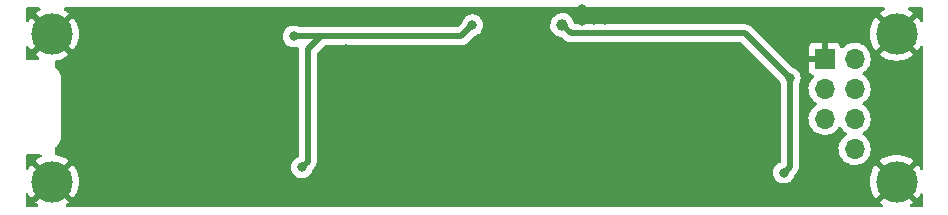
<source format=gbr>
%TF.GenerationSoftware,KiCad,Pcbnew,(6.0.0)*%
%TF.CreationDate,2022-03-29T17:15:08-07:00*%
%TF.ProjectId,ELW2106AA-breakout-board,454c5732-3130-4364-9141-2d627265616b,rev?*%
%TF.SameCoordinates,Original*%
%TF.FileFunction,Copper,L2,Bot*%
%TF.FilePolarity,Positive*%
%FSLAX46Y46*%
G04 Gerber Fmt 4.6, Leading zero omitted, Abs format (unit mm)*
G04 Created by KiCad (PCBNEW (6.0.0)) date 2022-03-29 17:15:08*
%MOMM*%
%LPD*%
G01*
G04 APERTURE LIST*
%TA.AperFunction,ComponentPad*%
%ADD10R,1.700000X1.700000*%
%TD*%
%TA.AperFunction,ComponentPad*%
%ADD11O,1.700000X1.700000*%
%TD*%
%TA.AperFunction,ComponentPad*%
%ADD12C,3.500000*%
%TD*%
%TA.AperFunction,ViaPad*%
%ADD13C,0.800000*%
%TD*%
%TA.AperFunction,ViaPad*%
%ADD14C,2.000000*%
%TD*%
%TA.AperFunction,ViaPad*%
%ADD15C,1.000000*%
%TD*%
%TA.AperFunction,Conductor*%
%ADD16C,0.500000*%
%TD*%
G04 APERTURE END LIST*
D10*
%TO.P,J1,1,Pin_1*%
%TO.N,GND*%
X156860000Y-86750000D03*
D11*
%TO.P,J1,2,Pin_2*%
%TO.N,VCC*%
X156860000Y-89290000D03*
%TO.P,J1,3,Pin_3*%
%TO.N,/RESET*%
X156860000Y-91830000D03*
%TO.P,J1,4,Pin_4*%
%TO.N,/CS*%
X159400000Y-86750000D03*
%TO.P,J1,5,Pin_5*%
%TO.N,/D{slash}C*%
X159400000Y-89290000D03*
%TO.P,J1,6,Pin_6*%
%TO.N,/SCLK*%
X159400000Y-91830000D03*
%TO.P,J1,7,Pin_7*%
%TO.N,/MOSI*%
X159400000Y-94370000D03*
%TD*%
D12*
%TO.P,MH4,1,1*%
%TO.N,GND*%
X162950000Y-84650000D03*
%TD*%
%TO.P,MH1,1,1*%
%TO.N,GND*%
X91450000Y-97150000D03*
%TD*%
%TO.P,MH3,1,1*%
%TO.N,GND*%
X162950000Y-97150000D03*
%TD*%
%TO.P,MH2,1,1*%
%TO.N,GND*%
X91450000Y-84650000D03*
%TD*%
D13*
%TO.N,GND*%
X122288196Y-89500000D03*
X136300000Y-82560414D03*
X138300000Y-86000000D03*
X137300000Y-86000000D03*
X134298300Y-89500000D03*
X136300000Y-83550000D03*
X123289038Y-89500000D03*
X124289880Y-89500000D03*
X135299142Y-89500000D03*
X116350000Y-87850000D03*
X117283986Y-89500000D03*
X116350000Y-82750000D03*
X133297458Y-89500000D03*
X118284828Y-89500000D03*
X126291564Y-89500000D03*
X125290722Y-89500000D03*
X130294932Y-89500000D03*
X120286512Y-89500000D03*
D14*
X96500000Y-97350000D03*
D13*
X116300000Y-85900000D03*
X123700000Y-86350000D03*
X129294090Y-89500000D03*
X128293248Y-89500000D03*
X121287354Y-89500000D03*
X131295774Y-89500000D03*
X119285670Y-89500000D03*
D14*
X154400000Y-98250000D03*
D13*
X137300000Y-83500000D03*
X127292406Y-89500000D03*
X116350000Y-88750000D03*
D14*
X154300000Y-83950000D03*
D13*
X132296616Y-89500000D03*
X138300000Y-83500000D03*
%TO.N,+16V*%
X111900000Y-84850000D03*
X112600000Y-95950000D03*
X127050000Y-83900000D03*
D15*
%TO.N,VCC*%
X134650000Y-83900000D03*
D13*
X153925000Y-88375000D03*
X153400000Y-96400000D03*
%TD*%
D16*
%TO.N,+16V*%
X113100000Y-95450000D02*
X112600000Y-95950000D01*
X126100000Y-84850000D02*
X114200000Y-84850000D01*
X127050000Y-83900000D02*
X126100000Y-84850000D01*
X114200000Y-84850000D02*
X113100000Y-85950000D01*
X113100000Y-85950000D02*
X113100000Y-95450000D01*
X111900000Y-84850000D02*
X114200000Y-84850000D01*
%TO.N,VCC*%
X150150000Y-84600000D02*
X153925000Y-88375000D01*
X153925000Y-95875000D02*
X153925000Y-88375000D01*
X135350000Y-84600000D02*
X150150000Y-84600000D01*
X153400000Y-96400000D02*
X153925000Y-95875000D01*
X134650000Y-83900000D02*
X135350000Y-84600000D01*
%TD*%
%TA.AperFunction,Conductor*%
%TO.N,GND*%
G36*
X90418801Y-82428002D02*
G01*
X90465294Y-82481658D01*
X90475398Y-82551932D01*
X90445904Y-82616512D01*
X90406408Y-82647006D01*
X90322282Y-82688492D01*
X90315145Y-82692613D01*
X90075901Y-82852470D01*
X90069361Y-82857488D01*
X90054926Y-82870147D01*
X90046528Y-82883386D01*
X90052362Y-82893151D01*
X91437190Y-84277980D01*
X91451131Y-84285592D01*
X91452966Y-84285461D01*
X91459580Y-84281210D01*
X92845884Y-82894905D01*
X92853399Y-82881144D01*
X92846941Y-82871784D01*
X92830639Y-82857488D01*
X92824099Y-82852470D01*
X92584856Y-82692613D01*
X92577719Y-82688492D01*
X92493593Y-82647006D01*
X92441344Y-82598938D01*
X92423377Y-82530252D01*
X92445396Y-82462756D01*
X92500411Y-82417880D01*
X92549321Y-82408000D01*
X161850680Y-82408000D01*
X161918801Y-82428002D01*
X161965294Y-82481658D01*
X161975398Y-82551932D01*
X161945904Y-82616512D01*
X161906408Y-82647006D01*
X161822282Y-82688492D01*
X161815145Y-82692613D01*
X161575901Y-82852470D01*
X161569361Y-82857488D01*
X161554926Y-82870147D01*
X161546528Y-82883386D01*
X161552362Y-82893151D01*
X162937190Y-84277980D01*
X162951131Y-84285592D01*
X162952966Y-84285461D01*
X162959580Y-84281210D01*
X164345884Y-82894905D01*
X164353399Y-82881144D01*
X164346941Y-82871784D01*
X164330639Y-82857488D01*
X164324099Y-82852470D01*
X164084856Y-82692613D01*
X164077719Y-82688492D01*
X163993593Y-82647006D01*
X163941344Y-82598938D01*
X163923377Y-82530252D01*
X163945396Y-82462756D01*
X164000411Y-82417880D01*
X164049321Y-82408000D01*
X165066000Y-82408000D01*
X165134121Y-82428002D01*
X165180614Y-82481658D01*
X165192000Y-82534000D01*
X165192000Y-83550680D01*
X165171998Y-83618801D01*
X165118342Y-83665294D01*
X165048068Y-83675398D01*
X164983488Y-83645904D01*
X164952994Y-83606408D01*
X164911508Y-83522282D01*
X164907387Y-83515145D01*
X164747530Y-83275901D01*
X164742512Y-83269361D01*
X164729853Y-83254926D01*
X164716614Y-83246528D01*
X164706849Y-83252362D01*
X163322020Y-84637190D01*
X163314408Y-84651131D01*
X163314539Y-84652966D01*
X163318790Y-84659580D01*
X164705095Y-86045884D01*
X164718856Y-86053399D01*
X164728216Y-86046941D01*
X164742512Y-86030639D01*
X164747530Y-86024099D01*
X164907387Y-85784855D01*
X164911508Y-85777718D01*
X164952994Y-85693592D01*
X165001062Y-85641343D01*
X165069748Y-85623376D01*
X165137244Y-85645395D01*
X165182120Y-85700410D01*
X165192000Y-85749320D01*
X165192000Y-96050680D01*
X165171998Y-96118801D01*
X165118342Y-96165294D01*
X165048068Y-96175398D01*
X164983488Y-96145904D01*
X164952994Y-96106408D01*
X164911508Y-96022282D01*
X164907387Y-96015145D01*
X164747530Y-95775901D01*
X164742512Y-95769361D01*
X164729853Y-95754926D01*
X164716614Y-95746528D01*
X164706849Y-95752362D01*
X163322020Y-97137190D01*
X163314408Y-97151131D01*
X163314539Y-97152966D01*
X163318790Y-97159580D01*
X164705095Y-98545884D01*
X164718856Y-98553399D01*
X164728216Y-98546941D01*
X164742512Y-98530639D01*
X164747530Y-98524099D01*
X164907387Y-98284855D01*
X164911508Y-98277718D01*
X164952994Y-98193592D01*
X165001062Y-98141343D01*
X165069748Y-98123376D01*
X165137244Y-98145395D01*
X165182120Y-98200410D01*
X165192000Y-98249320D01*
X165192000Y-99166000D01*
X165171998Y-99234121D01*
X165118342Y-99280614D01*
X165066000Y-99292000D01*
X164223930Y-99292000D01*
X164155809Y-99271998D01*
X164109316Y-99218342D01*
X164099212Y-99148068D01*
X164128706Y-99083488D01*
X164153928Y-99061235D01*
X164324099Y-98947530D01*
X164330639Y-98942512D01*
X164345074Y-98929853D01*
X164353472Y-98916614D01*
X164347638Y-98906849D01*
X162962810Y-97522020D01*
X162948869Y-97514408D01*
X162947034Y-97514539D01*
X162940420Y-97518790D01*
X161554116Y-98905095D01*
X161546601Y-98918856D01*
X161553059Y-98928216D01*
X161569361Y-98942512D01*
X161575901Y-98947530D01*
X161746072Y-99061235D01*
X161791600Y-99115712D01*
X161800448Y-99186155D01*
X161769807Y-99250199D01*
X161709405Y-99287510D01*
X161676070Y-99292000D01*
X92723930Y-99292000D01*
X92655809Y-99271998D01*
X92609316Y-99218342D01*
X92599212Y-99148068D01*
X92628706Y-99083488D01*
X92653928Y-99061235D01*
X92824099Y-98947530D01*
X92830639Y-98942512D01*
X92845074Y-98929853D01*
X92853472Y-98916614D01*
X92847638Y-98906849D01*
X91462810Y-97522020D01*
X91448869Y-97514408D01*
X91447034Y-97514539D01*
X91440420Y-97518790D01*
X90054116Y-98905095D01*
X90046601Y-98918856D01*
X90053059Y-98928216D01*
X90069361Y-98942512D01*
X90075901Y-98947530D01*
X90246072Y-99061235D01*
X90291600Y-99115712D01*
X90300448Y-99186155D01*
X90269807Y-99250199D01*
X90209405Y-99287510D01*
X90176070Y-99292000D01*
X89334000Y-99292000D01*
X89265879Y-99271998D01*
X89219386Y-99218342D01*
X89208000Y-99166000D01*
X89208000Y-98249320D01*
X89228002Y-98181199D01*
X89281658Y-98134706D01*
X89351932Y-98124602D01*
X89416512Y-98154096D01*
X89447006Y-98193592D01*
X89488492Y-98277718D01*
X89492613Y-98284855D01*
X89652470Y-98524099D01*
X89657488Y-98530639D01*
X89670147Y-98545074D01*
X89683386Y-98553472D01*
X89693151Y-98547638D01*
X91077980Y-97162810D01*
X91084357Y-97151131D01*
X91814408Y-97151131D01*
X91814539Y-97152966D01*
X91818790Y-97159580D01*
X93205095Y-98545884D01*
X93218856Y-98553399D01*
X93228216Y-98546941D01*
X93242512Y-98530639D01*
X93247530Y-98524099D01*
X93407387Y-98284855D01*
X93411508Y-98277718D01*
X93538772Y-98019651D01*
X93541922Y-98012047D01*
X93634412Y-97739580D01*
X93636546Y-97731617D01*
X93692683Y-97449400D01*
X93693756Y-97441249D01*
X93712575Y-97154119D01*
X93712575Y-97145881D01*
X93693756Y-96858751D01*
X93692683Y-96850600D01*
X93636546Y-96568383D01*
X93634412Y-96560420D01*
X93541922Y-96287953D01*
X93538772Y-96280349D01*
X93411508Y-96022282D01*
X93407387Y-96015145D01*
X93247530Y-95775901D01*
X93242512Y-95769361D01*
X93229853Y-95754926D01*
X93216614Y-95746528D01*
X93206849Y-95752362D01*
X91822020Y-97137190D01*
X91814408Y-97151131D01*
X91084357Y-97151131D01*
X91085592Y-97148869D01*
X91085461Y-97147034D01*
X91081210Y-97140420D01*
X89694905Y-95754116D01*
X89681144Y-95746601D01*
X89671784Y-95753059D01*
X89657488Y-95769361D01*
X89652470Y-95775901D01*
X89492613Y-96015145D01*
X89488492Y-96022282D01*
X89447006Y-96106408D01*
X89398938Y-96158657D01*
X89330252Y-96176624D01*
X89262756Y-96154605D01*
X89217880Y-96099590D01*
X89208000Y-96050680D01*
X89208000Y-94976000D01*
X89228002Y-94907879D01*
X89281658Y-94861386D01*
X89334000Y-94850000D01*
X90468292Y-94850000D01*
X90536413Y-94870002D01*
X90582906Y-94923658D01*
X90593010Y-94993932D01*
X90563516Y-95058512D01*
X90524020Y-95089006D01*
X90322282Y-95188492D01*
X90315145Y-95192613D01*
X90075901Y-95352470D01*
X90069361Y-95357488D01*
X90054926Y-95370147D01*
X90046528Y-95383386D01*
X90052362Y-95393151D01*
X91437190Y-96777980D01*
X91451131Y-96785592D01*
X91452966Y-96785461D01*
X91459580Y-96781210D01*
X92845884Y-95394905D01*
X92853399Y-95381144D01*
X92846941Y-95371784D01*
X92830639Y-95357488D01*
X92824099Y-95352470D01*
X92584856Y-95192613D01*
X92577719Y-95188492D01*
X92319651Y-95061228D01*
X92312047Y-95058078D01*
X92039580Y-94965588D01*
X92031615Y-94963454D01*
X91801419Y-94917665D01*
X91738509Y-94884758D01*
X91703377Y-94823063D01*
X91700000Y-94794086D01*
X91700000Y-94296027D01*
X91720002Y-94227906D01*
X91753728Y-94192815D01*
X91850404Y-94125122D01*
X91975122Y-94000404D01*
X92076287Y-93855925D01*
X92150828Y-93696073D01*
X92194133Y-93534457D01*
X92195053Y-93531022D01*
X92195053Y-93531021D01*
X92196477Y-93525707D01*
X92196958Y-93520215D01*
X92207806Y-93396232D01*
X92209072Y-93386309D01*
X92212265Y-93367333D01*
X92212265Y-93367328D01*
X92213071Y-93362540D01*
X92213224Y-93350001D01*
X92209273Y-93322413D01*
X92208000Y-93304550D01*
X92208000Y-88403206D01*
X92209746Y-88382302D01*
X92212264Y-88367334D01*
X92213071Y-88362538D01*
X92213224Y-88349999D01*
X92212535Y-88345192D01*
X92212535Y-88345185D01*
X92210185Y-88328780D01*
X92209391Y-88321898D01*
X92200933Y-88225229D01*
X92196477Y-88174293D01*
X92186427Y-88136784D01*
X92152251Y-88009237D01*
X92152250Y-88009235D01*
X92150828Y-88003927D01*
X92130864Y-87961114D01*
X92078610Y-87849056D01*
X92078608Y-87849053D01*
X92076287Y-87844075D01*
X91975122Y-87699596D01*
X91850404Y-87574878D01*
X91753728Y-87507185D01*
X91709401Y-87451729D01*
X91700000Y-87403973D01*
X91700000Y-87005914D01*
X91720002Y-86937793D01*
X91773658Y-86891300D01*
X91801419Y-86882335D01*
X92031615Y-86836546D01*
X92039580Y-86834412D01*
X92312047Y-86741922D01*
X92319651Y-86738772D01*
X92577719Y-86611508D01*
X92584856Y-86607387D01*
X92824099Y-86447530D01*
X92830639Y-86442512D01*
X92845074Y-86429853D01*
X92853472Y-86416614D01*
X92847638Y-86406849D01*
X91462810Y-85022020D01*
X91448869Y-85014408D01*
X91447034Y-85014539D01*
X91440420Y-85018790D01*
X90054116Y-86405095D01*
X90046601Y-86418856D01*
X90053059Y-86428216D01*
X90069361Y-86442512D01*
X90075901Y-86447530D01*
X90315144Y-86607387D01*
X90325848Y-86613567D01*
X90325219Y-86614657D01*
X90373484Y-86659054D01*
X90391457Y-86727739D01*
X90369442Y-86795236D01*
X90314431Y-86840116D01*
X90265512Y-86850000D01*
X89334000Y-86850000D01*
X89265879Y-86829998D01*
X89219386Y-86776342D01*
X89208000Y-86724000D01*
X89208000Y-85749320D01*
X89228002Y-85681199D01*
X89281658Y-85634706D01*
X89351932Y-85624602D01*
X89416512Y-85654096D01*
X89447006Y-85693592D01*
X89488492Y-85777718D01*
X89492613Y-85784855D01*
X89652470Y-86024099D01*
X89657488Y-86030639D01*
X89670147Y-86045074D01*
X89683386Y-86053472D01*
X89693151Y-86047638D01*
X91077980Y-84662810D01*
X91084357Y-84651131D01*
X91814408Y-84651131D01*
X91814539Y-84652966D01*
X91818790Y-84659580D01*
X93205095Y-86045884D01*
X93218856Y-86053399D01*
X93228216Y-86046941D01*
X93242512Y-86030639D01*
X93247530Y-86024099D01*
X93407387Y-85784855D01*
X93411508Y-85777718D01*
X93538772Y-85519651D01*
X93541922Y-85512047D01*
X93634412Y-85239580D01*
X93636546Y-85231617D01*
X93692683Y-84949400D01*
X93693756Y-84941249D01*
X93699737Y-84850000D01*
X110986496Y-84850000D01*
X110987186Y-84856565D01*
X111003790Y-85014539D01*
X111006458Y-85039928D01*
X111065473Y-85221556D01*
X111068776Y-85227278D01*
X111068777Y-85227279D01*
X111083531Y-85252834D01*
X111160960Y-85386944D01*
X111165378Y-85391851D01*
X111165379Y-85391852D01*
X111267179Y-85504912D01*
X111288747Y-85528866D01*
X111385085Y-85598860D01*
X111434423Y-85634706D01*
X111443248Y-85641118D01*
X111449276Y-85643802D01*
X111449278Y-85643803D01*
X111595602Y-85708950D01*
X111617712Y-85718794D01*
X111711113Y-85738647D01*
X111798056Y-85757128D01*
X111798061Y-85757128D01*
X111804513Y-85758500D01*
X111995487Y-85758500D01*
X112001939Y-85757128D01*
X112001944Y-85757128D01*
X112141189Y-85727530D01*
X112180665Y-85719139D01*
X112180667Y-85719139D01*
X112182288Y-85718794D01*
X112182351Y-85719090D01*
X112249800Y-85717163D01*
X112310598Y-85753825D01*
X112341924Y-85817537D01*
X112342308Y-85855136D01*
X112342192Y-85855610D01*
X112341500Y-85866764D01*
X112341464Y-85866762D01*
X112341225Y-85870755D01*
X112340851Y-85874947D01*
X112339360Y-85882115D01*
X112339558Y-85889432D01*
X112341454Y-85959521D01*
X112341500Y-85962928D01*
X112341500Y-94988789D01*
X112321498Y-95056910D01*
X112266749Y-95103896D01*
X112149278Y-95156197D01*
X112149276Y-95156198D01*
X112143248Y-95158882D01*
X111988747Y-95271134D01*
X111984326Y-95276044D01*
X111984325Y-95276045D01*
X111865937Y-95407529D01*
X111860960Y-95413056D01*
X111765473Y-95578444D01*
X111706458Y-95760072D01*
X111705768Y-95766633D01*
X111705768Y-95766635D01*
X111704794Y-95775901D01*
X111686496Y-95950000D01*
X111687186Y-95956565D01*
X111705251Y-96128441D01*
X111706458Y-96139928D01*
X111765473Y-96321556D01*
X111860960Y-96486944D01*
X111865378Y-96491851D01*
X111865379Y-96491852D01*
X111984325Y-96623955D01*
X111988747Y-96628866D01*
X112143248Y-96741118D01*
X112149276Y-96743802D01*
X112149278Y-96743803D01*
X112311681Y-96816109D01*
X112317712Y-96818794D01*
X112411112Y-96838647D01*
X112498056Y-96857128D01*
X112498061Y-96857128D01*
X112504513Y-96858500D01*
X112695487Y-96858500D01*
X112701939Y-96857128D01*
X112701944Y-96857128D01*
X112788887Y-96838647D01*
X112882288Y-96818794D01*
X112888319Y-96816109D01*
X113050722Y-96743803D01*
X113050724Y-96743802D01*
X113056752Y-96741118D01*
X113211253Y-96628866D01*
X113215675Y-96623955D01*
X113334621Y-96491852D01*
X113334622Y-96491851D01*
X113339040Y-96486944D01*
X113434527Y-96321556D01*
X113489387Y-96152714D01*
X113520125Y-96102556D01*
X113588911Y-96033770D01*
X113603323Y-96021384D01*
X113614918Y-96012851D01*
X113614923Y-96012846D01*
X113620818Y-96008508D01*
X113625557Y-96002930D01*
X113625560Y-96002927D01*
X113655035Y-95968232D01*
X113661965Y-95960716D01*
X113667661Y-95955020D01*
X113669924Y-95952159D01*
X113669929Y-95952154D01*
X113685293Y-95932734D01*
X113688082Y-95929333D01*
X113689743Y-95927378D01*
X113735333Y-95873715D01*
X113738659Y-95867202D01*
X113742020Y-95862163D01*
X113745196Y-95857021D01*
X113749734Y-95851284D01*
X113780655Y-95785125D01*
X113782561Y-95781225D01*
X113790011Y-95766635D01*
X113815769Y-95716192D01*
X113817508Y-95709083D01*
X113819604Y-95703449D01*
X113821523Y-95697679D01*
X113824622Y-95691050D01*
X113827123Y-95679030D01*
X113839490Y-95619571D01*
X113840461Y-95615282D01*
X113857808Y-95544390D01*
X113858500Y-95533236D01*
X113858535Y-95533238D01*
X113858775Y-95529266D01*
X113859152Y-95525045D01*
X113860641Y-95517885D01*
X113858546Y-95440458D01*
X113858500Y-95437050D01*
X113858500Y-86316371D01*
X113878502Y-86248250D01*
X113895405Y-86227276D01*
X114477276Y-85645405D01*
X114539588Y-85611379D01*
X114566371Y-85608500D01*
X126032930Y-85608500D01*
X126051880Y-85609933D01*
X126066115Y-85612099D01*
X126066119Y-85612099D01*
X126073349Y-85613199D01*
X126080641Y-85612606D01*
X126080644Y-85612606D01*
X126126018Y-85608915D01*
X126136233Y-85608500D01*
X126144293Y-85608500D01*
X126157583Y-85606951D01*
X126172507Y-85605211D01*
X126176882Y-85604778D01*
X126242339Y-85599454D01*
X126242342Y-85599453D01*
X126249637Y-85598860D01*
X126256601Y-85596604D01*
X126262560Y-85595413D01*
X126268415Y-85594029D01*
X126275681Y-85593182D01*
X126344327Y-85568265D01*
X126348455Y-85566848D01*
X126410936Y-85546607D01*
X126410938Y-85546606D01*
X126417899Y-85544351D01*
X126424154Y-85540555D01*
X126429628Y-85538049D01*
X126435058Y-85535330D01*
X126441937Y-85532833D01*
X126481891Y-85506638D01*
X126502976Y-85492814D01*
X126506680Y-85490477D01*
X126569107Y-85452595D01*
X126577484Y-85445197D01*
X126577508Y-85445224D01*
X126580500Y-85442571D01*
X126583733Y-85439868D01*
X126589852Y-85435856D01*
X126643128Y-85379617D01*
X126645506Y-85377175D01*
X127206331Y-84816350D01*
X127269228Y-84782199D01*
X127325824Y-84770169D01*
X127325833Y-84770166D01*
X127332288Y-84768794D01*
X127338319Y-84766109D01*
X127500722Y-84693803D01*
X127500724Y-84693802D01*
X127506752Y-84691118D01*
X127545715Y-84662810D01*
X127569015Y-84645881D01*
X127661253Y-84578866D01*
X127773878Y-84453783D01*
X127784621Y-84441852D01*
X127784622Y-84441851D01*
X127789040Y-84436944D01*
X127884527Y-84271556D01*
X127943542Y-84089928D01*
X127944672Y-84079182D01*
X127962814Y-83906565D01*
X127963504Y-83900000D01*
X127962017Y-83885851D01*
X133636719Y-83885851D01*
X133637235Y-83891995D01*
X133652555Y-84074440D01*
X133653268Y-84082934D01*
X133707783Y-84273050D01*
X133710602Y-84278535D01*
X133792014Y-84436944D01*
X133798187Y-84448956D01*
X133921035Y-84603953D01*
X133925728Y-84607947D01*
X133925729Y-84607948D01*
X134018894Y-84687237D01*
X134071650Y-84732136D01*
X134244294Y-84828624D01*
X134250154Y-84830528D01*
X134426531Y-84887836D01*
X134426534Y-84887837D01*
X134432392Y-84889740D01*
X134526463Y-84900958D01*
X134541970Y-84902807D01*
X134607243Y-84930735D01*
X134616145Y-84938826D01*
X134766230Y-85088911D01*
X134778616Y-85103323D01*
X134787149Y-85114918D01*
X134787154Y-85114923D01*
X134791492Y-85120818D01*
X134797070Y-85125557D01*
X134797073Y-85125560D01*
X134831768Y-85155035D01*
X134839284Y-85161965D01*
X134844979Y-85167660D01*
X134847861Y-85169940D01*
X134867251Y-85185281D01*
X134870655Y-85188072D01*
X134916805Y-85227279D01*
X134926285Y-85235333D01*
X134932801Y-85238661D01*
X134937838Y-85242020D01*
X134942977Y-85245194D01*
X134948716Y-85249734D01*
X134955349Y-85252834D01*
X135014837Y-85280636D01*
X135018791Y-85282569D01*
X135083808Y-85315769D01*
X135090924Y-85317510D01*
X135096554Y-85319604D01*
X135102321Y-85321523D01*
X135108950Y-85324621D01*
X135116110Y-85326110D01*
X135116112Y-85326111D01*
X135180396Y-85339482D01*
X135184680Y-85340452D01*
X135255610Y-85357808D01*
X135261212Y-85358156D01*
X135261215Y-85358156D01*
X135266764Y-85358500D01*
X135266762Y-85358536D01*
X135270752Y-85358775D01*
X135274950Y-85359150D01*
X135282115Y-85360640D01*
X135359504Y-85358546D01*
X135362912Y-85358500D01*
X149783629Y-85358500D01*
X149851750Y-85378502D01*
X149872724Y-85395405D01*
X153004875Y-88527556D01*
X153035613Y-88577714D01*
X153090473Y-88746556D01*
X153093776Y-88752278D01*
X153093777Y-88752279D01*
X153149619Y-88848999D01*
X153166500Y-88911999D01*
X153166500Y-95427658D01*
X153146498Y-95495779D01*
X153091749Y-95542765D01*
X152949278Y-95606197D01*
X152949276Y-95606198D01*
X152943248Y-95608882D01*
X152937907Y-95612762D01*
X152937906Y-95612763D01*
X152901555Y-95639174D01*
X152788747Y-95721134D01*
X152784326Y-95726044D01*
X152784325Y-95726045D01*
X152671560Y-95851284D01*
X152660960Y-95863056D01*
X152657659Y-95868774D01*
X152569031Y-96022282D01*
X152565473Y-96028444D01*
X152506458Y-96210072D01*
X152486496Y-96400000D01*
X152487186Y-96406565D01*
X152504194Y-96568383D01*
X152506458Y-96589928D01*
X152565473Y-96771556D01*
X152660960Y-96936944D01*
X152788747Y-97078866D01*
X152880985Y-97145881D01*
X152904286Y-97162810D01*
X152943248Y-97191118D01*
X152949276Y-97193802D01*
X152949278Y-97193803D01*
X153111681Y-97266109D01*
X153117712Y-97268794D01*
X153211113Y-97288647D01*
X153298056Y-97307128D01*
X153298061Y-97307128D01*
X153304513Y-97308500D01*
X153495487Y-97308500D01*
X153501939Y-97307128D01*
X153501944Y-97307128D01*
X153588888Y-97288647D01*
X153682288Y-97268794D01*
X153688319Y-97266109D01*
X153850722Y-97193803D01*
X153850724Y-97193802D01*
X153856752Y-97191118D01*
X153895715Y-97162810D01*
X153907677Y-97154119D01*
X160687425Y-97154119D01*
X160706244Y-97441249D01*
X160707317Y-97449400D01*
X160763454Y-97731617D01*
X160765588Y-97739580D01*
X160858078Y-98012047D01*
X160861228Y-98019651D01*
X160988492Y-98277718D01*
X160992613Y-98284855D01*
X161152470Y-98524099D01*
X161157488Y-98530639D01*
X161170147Y-98545074D01*
X161183386Y-98553472D01*
X161193151Y-98547638D01*
X162577980Y-97162810D01*
X162585592Y-97148869D01*
X162585461Y-97147034D01*
X162581210Y-97140420D01*
X161194905Y-95754116D01*
X161181144Y-95746601D01*
X161171784Y-95753059D01*
X161157488Y-95769361D01*
X161152470Y-95775901D01*
X160992613Y-96015145D01*
X160988492Y-96022282D01*
X160861228Y-96280349D01*
X160858078Y-96287953D01*
X160765588Y-96560420D01*
X160763454Y-96568383D01*
X160707317Y-96850600D01*
X160706244Y-96858751D01*
X160687425Y-97145881D01*
X160687425Y-97154119D01*
X153907677Y-97154119D01*
X153919015Y-97145881D01*
X154011253Y-97078866D01*
X154139040Y-96936944D01*
X154234527Y-96771556D01*
X154289387Y-96602714D01*
X154320125Y-96552556D01*
X154413911Y-96458770D01*
X154428323Y-96446384D01*
X154439918Y-96437851D01*
X154439923Y-96437846D01*
X154445818Y-96433508D01*
X154450557Y-96427930D01*
X154450560Y-96427927D01*
X154480035Y-96393232D01*
X154486965Y-96385716D01*
X154492660Y-96380021D01*
X154510281Y-96357749D01*
X154513072Y-96354345D01*
X154555591Y-96304297D01*
X154555592Y-96304295D01*
X154560333Y-96298715D01*
X154563661Y-96292199D01*
X154567028Y-96287150D01*
X154570195Y-96282021D01*
X154574734Y-96276284D01*
X154605655Y-96210125D01*
X154607561Y-96206225D01*
X154623302Y-96175398D01*
X154640769Y-96141192D01*
X154642508Y-96134084D01*
X154644607Y-96128441D01*
X154646524Y-96122678D01*
X154649622Y-96116050D01*
X154664487Y-96044583D01*
X154665457Y-96040299D01*
X154681473Y-95974845D01*
X154682808Y-95969390D01*
X154683500Y-95958236D01*
X154683536Y-95958238D01*
X154683775Y-95954245D01*
X154684149Y-95950053D01*
X154685640Y-95942885D01*
X154683546Y-95865479D01*
X154683500Y-95862072D01*
X154683500Y-91796695D01*
X155497251Y-91796695D01*
X155497548Y-91801848D01*
X155497548Y-91801851D01*
X155503011Y-91896590D01*
X155510110Y-92019715D01*
X155511247Y-92024761D01*
X155511248Y-92024767D01*
X155531119Y-92112939D01*
X155559222Y-92237639D01*
X155643266Y-92444616D01*
X155694019Y-92527438D01*
X155757291Y-92630688D01*
X155759987Y-92635088D01*
X155906250Y-92803938D01*
X156078126Y-92946632D01*
X156271000Y-93059338D01*
X156479692Y-93139030D01*
X156484760Y-93140061D01*
X156484763Y-93140062D01*
X156589466Y-93161364D01*
X156698597Y-93183567D01*
X156703772Y-93183757D01*
X156703774Y-93183757D01*
X156916673Y-93191564D01*
X156916677Y-93191564D01*
X156921837Y-93191753D01*
X156926957Y-93191097D01*
X156926959Y-93191097D01*
X157138288Y-93164025D01*
X157138289Y-93164025D01*
X157143416Y-93163368D01*
X157150096Y-93161364D01*
X157352429Y-93100661D01*
X157352434Y-93100659D01*
X157357384Y-93099174D01*
X157557994Y-93000896D01*
X157739860Y-92871173D01*
X157898096Y-92713489D01*
X157957594Y-92630689D01*
X158028453Y-92532077D01*
X158029776Y-92533028D01*
X158076645Y-92489857D01*
X158146580Y-92477625D01*
X158212026Y-92505144D01*
X158239875Y-92536994D01*
X158299987Y-92635088D01*
X158446250Y-92803938D01*
X158618126Y-92946632D01*
X158688595Y-92987811D01*
X158691445Y-92989476D01*
X158740169Y-93041114D01*
X158753240Y-93110897D01*
X158726509Y-93176669D01*
X158686055Y-93210027D01*
X158673607Y-93216507D01*
X158669474Y-93219610D01*
X158669471Y-93219612D01*
X158502222Y-93345186D01*
X158494965Y-93350635D01*
X158340629Y-93512138D01*
X158214743Y-93696680D01*
X158120688Y-93899305D01*
X158060989Y-94114570D01*
X158037251Y-94336695D01*
X158037548Y-94341848D01*
X158037548Y-94341851D01*
X158043011Y-94436590D01*
X158050110Y-94559715D01*
X158051247Y-94564761D01*
X158051248Y-94564767D01*
X158067421Y-94636529D01*
X158099222Y-94777639D01*
X158137461Y-94871811D01*
X158175540Y-94965588D01*
X158183266Y-94984616D01*
X158185965Y-94989020D01*
X158288411Y-95156197D01*
X158299987Y-95175088D01*
X158446250Y-95343938D01*
X158618126Y-95486632D01*
X158811000Y-95599338D01*
X159019692Y-95679030D01*
X159024760Y-95680061D01*
X159024763Y-95680062D01*
X159132017Y-95701883D01*
X159238597Y-95723567D01*
X159243772Y-95723757D01*
X159243774Y-95723757D01*
X159456673Y-95731564D01*
X159456677Y-95731564D01*
X159461837Y-95731753D01*
X159466957Y-95731097D01*
X159466959Y-95731097D01*
X159678288Y-95704025D01*
X159678289Y-95704025D01*
X159683416Y-95703368D01*
X159724474Y-95691050D01*
X159892429Y-95640661D01*
X159892434Y-95640659D01*
X159897384Y-95639174D01*
X160097994Y-95540896D01*
X160279860Y-95411173D01*
X160307745Y-95383386D01*
X161546528Y-95383386D01*
X161552362Y-95393151D01*
X162937190Y-96777980D01*
X162951131Y-96785592D01*
X162952966Y-96785461D01*
X162959580Y-96781210D01*
X164345884Y-95394905D01*
X164353399Y-95381144D01*
X164346941Y-95371784D01*
X164330639Y-95357488D01*
X164324099Y-95352470D01*
X164084856Y-95192613D01*
X164077719Y-95188492D01*
X163819651Y-95061228D01*
X163812047Y-95058078D01*
X163539580Y-94965588D01*
X163531617Y-94963454D01*
X163249400Y-94907317D01*
X163241249Y-94906244D01*
X162954119Y-94887425D01*
X162945881Y-94887425D01*
X162658751Y-94906244D01*
X162650600Y-94907317D01*
X162368383Y-94963454D01*
X162360420Y-94965588D01*
X162087953Y-95058078D01*
X162080349Y-95061228D01*
X161822282Y-95188492D01*
X161815145Y-95192613D01*
X161575901Y-95352470D01*
X161569361Y-95357488D01*
X161554926Y-95370147D01*
X161546528Y-95383386D01*
X160307745Y-95383386D01*
X160338769Y-95352470D01*
X160434435Y-95257137D01*
X160438096Y-95253489D01*
X160497594Y-95170689D01*
X160565435Y-95076277D01*
X160568453Y-95072077D01*
X160607075Y-94993932D01*
X160665136Y-94876453D01*
X160665137Y-94876451D01*
X160667430Y-94871811D01*
X160732370Y-94658069D01*
X160761529Y-94436590D01*
X160763156Y-94370000D01*
X160744852Y-94147361D01*
X160690431Y-93930702D01*
X160601354Y-93725840D01*
X160561906Y-93664862D01*
X160482822Y-93542617D01*
X160482820Y-93542614D01*
X160480014Y-93538277D01*
X160329670Y-93373051D01*
X160325619Y-93369852D01*
X160325615Y-93369848D01*
X160158414Y-93237800D01*
X160158410Y-93237798D01*
X160154359Y-93234598D01*
X160113053Y-93211796D01*
X160063084Y-93161364D01*
X160048312Y-93091921D01*
X160073428Y-93025516D01*
X160100780Y-92998909D01*
X160144603Y-92967650D01*
X160279860Y-92871173D01*
X160438096Y-92713489D01*
X160497594Y-92630689D01*
X160565435Y-92536277D01*
X160568453Y-92532077D01*
X160589320Y-92489857D01*
X160665136Y-92336453D01*
X160665137Y-92336451D01*
X160667430Y-92331811D01*
X160732370Y-92118069D01*
X160761529Y-91896590D01*
X160763156Y-91830000D01*
X160744852Y-91607361D01*
X160690431Y-91390702D01*
X160601354Y-91185840D01*
X160480014Y-90998277D01*
X160329670Y-90833051D01*
X160325619Y-90829852D01*
X160325615Y-90829848D01*
X160158414Y-90697800D01*
X160158410Y-90697798D01*
X160154359Y-90694598D01*
X160113053Y-90671796D01*
X160063084Y-90621364D01*
X160048312Y-90551921D01*
X160073428Y-90485516D01*
X160100780Y-90458909D01*
X160144603Y-90427650D01*
X160279860Y-90331173D01*
X160438096Y-90173489D01*
X160497594Y-90090689D01*
X160565435Y-89996277D01*
X160568453Y-89992077D01*
X160589320Y-89949857D01*
X160665136Y-89796453D01*
X160665137Y-89796451D01*
X160667430Y-89791811D01*
X160732370Y-89578069D01*
X160761529Y-89356590D01*
X160763156Y-89290000D01*
X160744852Y-89067361D01*
X160690431Y-88850702D01*
X160601354Y-88645840D01*
X160480014Y-88458277D01*
X160329670Y-88293051D01*
X160325619Y-88289852D01*
X160325615Y-88289848D01*
X160158414Y-88157800D01*
X160158410Y-88157798D01*
X160154359Y-88154598D01*
X160113053Y-88131796D01*
X160063084Y-88081364D01*
X160048312Y-88011921D01*
X160073428Y-87945516D01*
X160100780Y-87918909D01*
X160144603Y-87887650D01*
X160279860Y-87791173D01*
X160438096Y-87633489D01*
X160475672Y-87581197D01*
X160565435Y-87456277D01*
X160568453Y-87452077D01*
X160592228Y-87403973D01*
X160665136Y-87256453D01*
X160665137Y-87256451D01*
X160667430Y-87251811D01*
X160699900Y-87144940D01*
X160730865Y-87043023D01*
X160730865Y-87043021D01*
X160732370Y-87038069D01*
X160761529Y-86816590D01*
X160762051Y-86795236D01*
X160763074Y-86753365D01*
X160763074Y-86753361D01*
X160763156Y-86750000D01*
X160744852Y-86527361D01*
X160717597Y-86418856D01*
X161546601Y-86418856D01*
X161553059Y-86428216D01*
X161569361Y-86442512D01*
X161575901Y-86447530D01*
X161815144Y-86607387D01*
X161822281Y-86611508D01*
X162080349Y-86738772D01*
X162087953Y-86741922D01*
X162360420Y-86834412D01*
X162368383Y-86836546D01*
X162650600Y-86892683D01*
X162658751Y-86893756D01*
X162945881Y-86912575D01*
X162954119Y-86912575D01*
X163241249Y-86893756D01*
X163249400Y-86892683D01*
X163531617Y-86836546D01*
X163539580Y-86834412D01*
X163812047Y-86741922D01*
X163819651Y-86738772D01*
X164077719Y-86611508D01*
X164084856Y-86607387D01*
X164324099Y-86447530D01*
X164330639Y-86442512D01*
X164345074Y-86429853D01*
X164353472Y-86416614D01*
X164347638Y-86406849D01*
X162962810Y-85022020D01*
X162948869Y-85014408D01*
X162947034Y-85014539D01*
X162940420Y-85018790D01*
X161554116Y-86405095D01*
X161546601Y-86418856D01*
X160717597Y-86418856D01*
X160690431Y-86310702D01*
X160601354Y-86105840D01*
X160480014Y-85918277D01*
X160329670Y-85753051D01*
X160325619Y-85749852D01*
X160325615Y-85749848D01*
X160158414Y-85617800D01*
X160158410Y-85617798D01*
X160154359Y-85614598D01*
X160145909Y-85609933D01*
X160069088Y-85567526D01*
X159958789Y-85506638D01*
X159953920Y-85504914D01*
X159953916Y-85504912D01*
X159753087Y-85433795D01*
X159753083Y-85433794D01*
X159748212Y-85432069D01*
X159743119Y-85431162D01*
X159743116Y-85431161D01*
X159533373Y-85393800D01*
X159533367Y-85393799D01*
X159528284Y-85392894D01*
X159454452Y-85391992D01*
X159310081Y-85390228D01*
X159310079Y-85390228D01*
X159304911Y-85390165D01*
X159084091Y-85423955D01*
X158871756Y-85493357D01*
X158673607Y-85596507D01*
X158669474Y-85599610D01*
X158669471Y-85599612D01*
X158510276Y-85719139D01*
X158494965Y-85730635D01*
X158491393Y-85734373D01*
X158413898Y-85815466D01*
X158352374Y-85850895D01*
X158281462Y-85847438D01*
X158223676Y-85806192D01*
X158204823Y-85772644D01*
X158163324Y-85661946D01*
X158154786Y-85646351D01*
X158078285Y-85544276D01*
X158065724Y-85531715D01*
X157963649Y-85455214D01*
X157948054Y-85446676D01*
X157827606Y-85401522D01*
X157812351Y-85397895D01*
X157761486Y-85392369D01*
X157754672Y-85392000D01*
X157132115Y-85392000D01*
X157116876Y-85396475D01*
X157115671Y-85397865D01*
X157114000Y-85405548D01*
X157114000Y-86878000D01*
X157093998Y-86946121D01*
X157040342Y-86992614D01*
X156988000Y-87004000D01*
X155520116Y-87004000D01*
X155504877Y-87008475D01*
X155503672Y-87009865D01*
X155502001Y-87017548D01*
X155502001Y-87644669D01*
X155502371Y-87651490D01*
X155507895Y-87702352D01*
X155511521Y-87717604D01*
X155556676Y-87838054D01*
X155565214Y-87853649D01*
X155641715Y-87955724D01*
X155654276Y-87968285D01*
X155756351Y-88044786D01*
X155771946Y-88053324D01*
X155880827Y-88094142D01*
X155937591Y-88136784D01*
X155962291Y-88203345D01*
X155947083Y-88272694D01*
X155927691Y-88299175D01*
X155838336Y-88392680D01*
X155800629Y-88432138D01*
X155674743Y-88616680D01*
X155580688Y-88819305D01*
X155520989Y-89034570D01*
X155497251Y-89256695D01*
X155497548Y-89261848D01*
X155497548Y-89261851D01*
X155503011Y-89356590D01*
X155510110Y-89479715D01*
X155511247Y-89484761D01*
X155511248Y-89484767D01*
X155531119Y-89572939D01*
X155559222Y-89697639D01*
X155643266Y-89904616D01*
X155694019Y-89987438D01*
X155757291Y-90090688D01*
X155759987Y-90095088D01*
X155906250Y-90263938D01*
X156078126Y-90406632D01*
X156148595Y-90447811D01*
X156151445Y-90449476D01*
X156200169Y-90501114D01*
X156213240Y-90570897D01*
X156186509Y-90636669D01*
X156146055Y-90670027D01*
X156133607Y-90676507D01*
X156129474Y-90679610D01*
X156129471Y-90679612D01*
X156105247Y-90697800D01*
X155954965Y-90810635D01*
X155800629Y-90972138D01*
X155674743Y-91156680D01*
X155580688Y-91359305D01*
X155520989Y-91574570D01*
X155497251Y-91796695D01*
X154683500Y-91796695D01*
X154683500Y-88911999D01*
X154700381Y-88848999D01*
X154756223Y-88752279D01*
X154756224Y-88752278D01*
X154759527Y-88746556D01*
X154818542Y-88564928D01*
X154838504Y-88375000D01*
X154818542Y-88185072D01*
X154759527Y-88003444D01*
X154664040Y-87838056D01*
X154621827Y-87791173D01*
X154540675Y-87701045D01*
X154540674Y-87701044D01*
X154536253Y-87696134D01*
X154381752Y-87583882D01*
X154375724Y-87581198D01*
X154375722Y-87581197D01*
X154213319Y-87508891D01*
X154213318Y-87508891D01*
X154207288Y-87506206D01*
X154200833Y-87504834D01*
X154200824Y-87504831D01*
X154144228Y-87492801D01*
X154081331Y-87458650D01*
X153100566Y-86477885D01*
X155502000Y-86477885D01*
X155506475Y-86493124D01*
X155507865Y-86494329D01*
X155515548Y-86496000D01*
X156587885Y-86496000D01*
X156603124Y-86491525D01*
X156604329Y-86490135D01*
X156606000Y-86482452D01*
X156606000Y-85410116D01*
X156601525Y-85394877D01*
X156600135Y-85393672D01*
X156592452Y-85392001D01*
X155965331Y-85392001D01*
X155958510Y-85392371D01*
X155907648Y-85397895D01*
X155892396Y-85401521D01*
X155771946Y-85446676D01*
X155756351Y-85455214D01*
X155654276Y-85531715D01*
X155641715Y-85544276D01*
X155565214Y-85646351D01*
X155556676Y-85661946D01*
X155511522Y-85782394D01*
X155507895Y-85797649D01*
X155502369Y-85848514D01*
X155502000Y-85855328D01*
X155502000Y-86477885D01*
X153100566Y-86477885D01*
X151276800Y-84654119D01*
X160687425Y-84654119D01*
X160706244Y-84941249D01*
X160707317Y-84949400D01*
X160763454Y-85231617D01*
X160765588Y-85239580D01*
X160858078Y-85512047D01*
X160861228Y-85519651D01*
X160988492Y-85777718D01*
X160992613Y-85784855D01*
X161152470Y-86024099D01*
X161157488Y-86030639D01*
X161170147Y-86045074D01*
X161183386Y-86053472D01*
X161193151Y-86047638D01*
X162577980Y-84662810D01*
X162585592Y-84648869D01*
X162585461Y-84647034D01*
X162581210Y-84640420D01*
X161194905Y-83254116D01*
X161181144Y-83246601D01*
X161171784Y-83253059D01*
X161157488Y-83269361D01*
X161152470Y-83275901D01*
X160992613Y-83515145D01*
X160988492Y-83522282D01*
X160861228Y-83780349D01*
X160858078Y-83787953D01*
X160765588Y-84060420D01*
X160763454Y-84068383D01*
X160707317Y-84350600D01*
X160706244Y-84358751D01*
X160687425Y-84645881D01*
X160687425Y-84654119D01*
X151276800Y-84654119D01*
X150733770Y-84111089D01*
X150721384Y-84096677D01*
X150712851Y-84085082D01*
X150712846Y-84085077D01*
X150708508Y-84079182D01*
X150702930Y-84074443D01*
X150702927Y-84074440D01*
X150668232Y-84044965D01*
X150660716Y-84038035D01*
X150655021Y-84032340D01*
X150648880Y-84027482D01*
X150632749Y-84014719D01*
X150629345Y-84011928D01*
X150579297Y-83969409D01*
X150579295Y-83969408D01*
X150573715Y-83964667D01*
X150567199Y-83961339D01*
X150562150Y-83957972D01*
X150557021Y-83954805D01*
X150551284Y-83950266D01*
X150485125Y-83919345D01*
X150481225Y-83917439D01*
X150416192Y-83884231D01*
X150409084Y-83882492D01*
X150403441Y-83880393D01*
X150397678Y-83878476D01*
X150391050Y-83875378D01*
X150319583Y-83860513D01*
X150315299Y-83859543D01*
X150244390Y-83842192D01*
X150238788Y-83841844D01*
X150238785Y-83841844D01*
X150233236Y-83841500D01*
X150233238Y-83841464D01*
X150229245Y-83841225D01*
X150225053Y-83840851D01*
X150217885Y-83839360D01*
X150151675Y-83841151D01*
X150140479Y-83841454D01*
X150137072Y-83841500D01*
X135771894Y-83841500D01*
X135703773Y-83821498D01*
X135657280Y-83767842D01*
X135646495Y-83727796D01*
X135645939Y-83722128D01*
X135644080Y-83703167D01*
X135586916Y-83513831D01*
X135494066Y-83339204D01*
X135401776Y-83226045D01*
X135372960Y-83190713D01*
X135372957Y-83190710D01*
X135369065Y-83185938D01*
X135362724Y-83180692D01*
X135221425Y-83063799D01*
X135221421Y-83063797D01*
X135216675Y-83059870D01*
X135042701Y-82965802D01*
X134853768Y-82907318D01*
X134847643Y-82906674D01*
X134847642Y-82906674D01*
X134663204Y-82887289D01*
X134663202Y-82887289D01*
X134657075Y-82886645D01*
X134585586Y-82893151D01*
X134466251Y-82904011D01*
X134466248Y-82904012D01*
X134460112Y-82904570D01*
X134454206Y-82906308D01*
X134454202Y-82906309D01*
X134349076Y-82937249D01*
X134270381Y-82960410D01*
X134264923Y-82963263D01*
X134264919Y-82963265D01*
X134208287Y-82992872D01*
X134095110Y-83052040D01*
X133940975Y-83175968D01*
X133813846Y-83327474D01*
X133810879Y-83332872D01*
X133810875Y-83332877D01*
X133791141Y-83368774D01*
X133718567Y-83500787D01*
X133716706Y-83506654D01*
X133716705Y-83506656D01*
X133672533Y-83645904D01*
X133658765Y-83689306D01*
X133636719Y-83885851D01*
X127962017Y-83885851D01*
X127957392Y-83841844D01*
X127944232Y-83716635D01*
X127944232Y-83716633D01*
X127943542Y-83710072D01*
X127884527Y-83528444D01*
X127880970Y-83522282D01*
X127792341Y-83368774D01*
X127789040Y-83363056D01*
X127710566Y-83275901D01*
X127665675Y-83226045D01*
X127665674Y-83226044D01*
X127661253Y-83221134D01*
X127506752Y-83108882D01*
X127500724Y-83106198D01*
X127500722Y-83106197D01*
X127338319Y-83033891D01*
X127338318Y-83033891D01*
X127332288Y-83031206D01*
X127238888Y-83011353D01*
X127151944Y-82992872D01*
X127151939Y-82992872D01*
X127145487Y-82991500D01*
X126954513Y-82991500D01*
X126948061Y-82992872D01*
X126948056Y-82992872D01*
X126861112Y-83011353D01*
X126767712Y-83031206D01*
X126761682Y-83033891D01*
X126761681Y-83033891D01*
X126599278Y-83106197D01*
X126599276Y-83106198D01*
X126593248Y-83108882D01*
X126438747Y-83221134D01*
X126434326Y-83226044D01*
X126434325Y-83226045D01*
X126389435Y-83275901D01*
X126310960Y-83363056D01*
X126307659Y-83368774D01*
X126219031Y-83522282D01*
X126215473Y-83528444D01*
X126163206Y-83689306D01*
X126160613Y-83697285D01*
X126129875Y-83747444D01*
X125822724Y-84054595D01*
X125760412Y-84088621D01*
X125733629Y-84091500D01*
X114267070Y-84091500D01*
X114248120Y-84090067D01*
X114233885Y-84087901D01*
X114233881Y-84087901D01*
X114226651Y-84086801D01*
X114219359Y-84087394D01*
X114219356Y-84087394D01*
X114173982Y-84091085D01*
X114163767Y-84091500D01*
X112442587Y-84091500D01*
X112368528Y-84067437D01*
X112362098Y-84062765D01*
X112362091Y-84062761D01*
X112356752Y-84058882D01*
X112350724Y-84056198D01*
X112350722Y-84056197D01*
X112188319Y-83983891D01*
X112188318Y-83983891D01*
X112182288Y-83981206D01*
X112075828Y-83958577D01*
X112001944Y-83942872D01*
X112001939Y-83942872D01*
X111995487Y-83941500D01*
X111804513Y-83941500D01*
X111798061Y-83942872D01*
X111798056Y-83942872D01*
X111724172Y-83958577D01*
X111617712Y-83981206D01*
X111611682Y-83983891D01*
X111611681Y-83983891D01*
X111449278Y-84056197D01*
X111449276Y-84056198D01*
X111443248Y-84058882D01*
X111437907Y-84062762D01*
X111437906Y-84062763D01*
X111398353Y-84091500D01*
X111288747Y-84171134D01*
X111284326Y-84176044D01*
X111284325Y-84176045D01*
X111185807Y-84285461D01*
X111160960Y-84313056D01*
X111065473Y-84478444D01*
X111006458Y-84660072D01*
X111005768Y-84666633D01*
X111005768Y-84666635D01*
X110998884Y-84732136D01*
X110986496Y-84850000D01*
X93699737Y-84850000D01*
X93712575Y-84654119D01*
X93712575Y-84645881D01*
X93693756Y-84358751D01*
X93692683Y-84350600D01*
X93636546Y-84068383D01*
X93634412Y-84060420D01*
X93541922Y-83787953D01*
X93538772Y-83780349D01*
X93411508Y-83522282D01*
X93407387Y-83515145D01*
X93247530Y-83275901D01*
X93242512Y-83269361D01*
X93229853Y-83254926D01*
X93216614Y-83246528D01*
X93206849Y-83252362D01*
X91822020Y-84637190D01*
X91814408Y-84651131D01*
X91084357Y-84651131D01*
X91085592Y-84648869D01*
X91085461Y-84647034D01*
X91081210Y-84640420D01*
X89694905Y-83254116D01*
X89681144Y-83246601D01*
X89671784Y-83253059D01*
X89657488Y-83269361D01*
X89652470Y-83275901D01*
X89492613Y-83515145D01*
X89488492Y-83522282D01*
X89447006Y-83606408D01*
X89398938Y-83658657D01*
X89330252Y-83676624D01*
X89262756Y-83654605D01*
X89217880Y-83599590D01*
X89208000Y-83550680D01*
X89208000Y-82534000D01*
X89228002Y-82465879D01*
X89281658Y-82419386D01*
X89334000Y-82408000D01*
X90350680Y-82408000D01*
X90418801Y-82428002D01*
G37*
%TD.AperFunction*%
%TD*%
M02*

</source>
